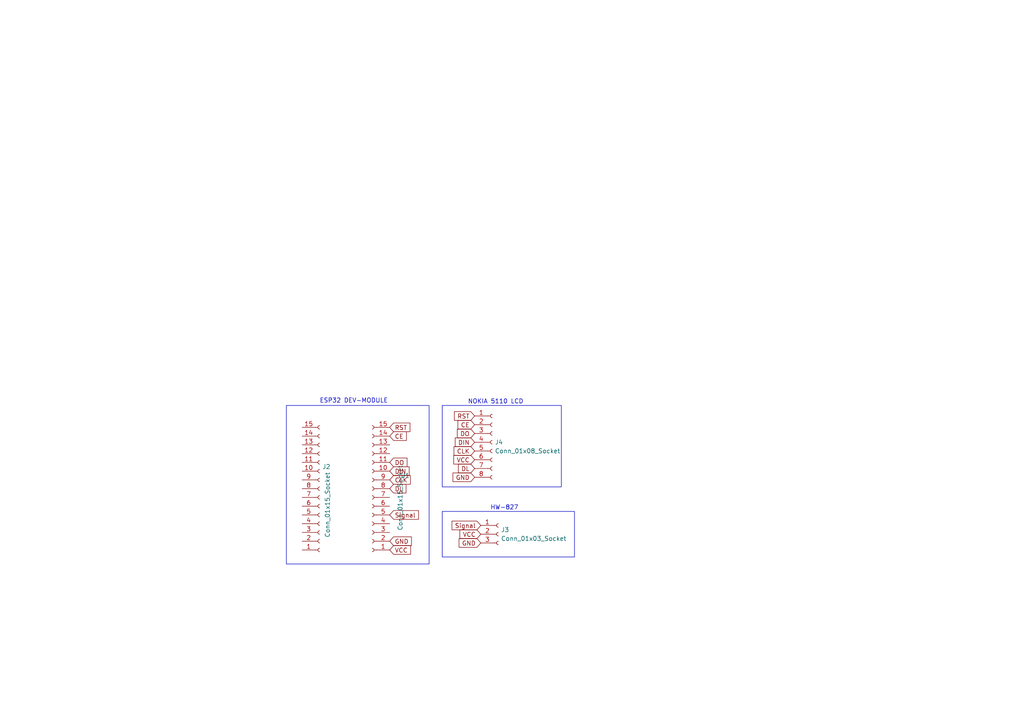
<source format=kicad_sch>
(kicad_sch
	(version 20231120)
	(generator "eeschema")
	(generator_version "8.0")
	(uuid "37deb7ec-accf-415a-9f7f-0397d10a93ec")
	(paper "A4")
	(lib_symbols
		(symbol "Connector:Conn_01x03_Socket"
			(pin_names
				(offset 1.016) hide)
			(exclude_from_sim no)
			(in_bom yes)
			(on_board yes)
			(property "Reference" "J"
				(at 0 5.08 0)
				(effects
					(font
						(size 1.27 1.27)
					)
				)
			)
			(property "Value" "Conn_01x03_Socket"
				(at 0 -5.08 0)
				(effects
					(font
						(size 1.27 1.27)
					)
				)
			)
			(property "Footprint" ""
				(at 0 0 0)
				(effects
					(font
						(size 1.27 1.27)
					)
					(hide yes)
				)
			)
			(property "Datasheet" "~"
				(at 0 0 0)
				(effects
					(font
						(size 1.27 1.27)
					)
					(hide yes)
				)
			)
			(property "Description" "Generic connector, single row, 01x03, script generated"
				(at 0 0 0)
				(effects
					(font
						(size 1.27 1.27)
					)
					(hide yes)
				)
			)
			(property "ki_locked" ""
				(at 0 0 0)
				(effects
					(font
						(size 1.27 1.27)
					)
				)
			)
			(property "ki_keywords" "connector"
				(at 0 0 0)
				(effects
					(font
						(size 1.27 1.27)
					)
					(hide yes)
				)
			)
			(property "ki_fp_filters" "Connector*:*_1x??_*"
				(at 0 0 0)
				(effects
					(font
						(size 1.27 1.27)
					)
					(hide yes)
				)
			)
			(symbol "Conn_01x03_Socket_1_1"
				(arc
					(start 0 -2.032)
					(mid -0.5058 -2.54)
					(end 0 -3.048)
					(stroke
						(width 0.1524)
						(type default)
					)
					(fill
						(type none)
					)
				)
				(polyline
					(pts
						(xy -1.27 -2.54) (xy -0.508 -2.54)
					)
					(stroke
						(width 0.1524)
						(type default)
					)
					(fill
						(type none)
					)
				)
				(polyline
					(pts
						(xy -1.27 0) (xy -0.508 0)
					)
					(stroke
						(width 0.1524)
						(type default)
					)
					(fill
						(type none)
					)
				)
				(polyline
					(pts
						(xy -1.27 2.54) (xy -0.508 2.54)
					)
					(stroke
						(width 0.1524)
						(type default)
					)
					(fill
						(type none)
					)
				)
				(arc
					(start 0 0.508)
					(mid -0.5058 0)
					(end 0 -0.508)
					(stroke
						(width 0.1524)
						(type default)
					)
					(fill
						(type none)
					)
				)
				(arc
					(start 0 3.048)
					(mid -0.5058 2.54)
					(end 0 2.032)
					(stroke
						(width 0.1524)
						(type default)
					)
					(fill
						(type none)
					)
				)
				(pin passive line
					(at -5.08 2.54 0)
					(length 3.81)
					(name "Pin_1"
						(effects
							(font
								(size 1.27 1.27)
							)
						)
					)
					(number "1"
						(effects
							(font
								(size 1.27 1.27)
							)
						)
					)
				)
				(pin passive line
					(at -5.08 0 0)
					(length 3.81)
					(name "Pin_2"
						(effects
							(font
								(size 1.27 1.27)
							)
						)
					)
					(number "2"
						(effects
							(font
								(size 1.27 1.27)
							)
						)
					)
				)
				(pin passive line
					(at -5.08 -2.54 0)
					(length 3.81)
					(name "Pin_3"
						(effects
							(font
								(size 1.27 1.27)
							)
						)
					)
					(number "3"
						(effects
							(font
								(size 1.27 1.27)
							)
						)
					)
				)
			)
		)
		(symbol "Connector:Conn_01x08_Socket"
			(pin_names
				(offset 1.016) hide)
			(exclude_from_sim no)
			(in_bom yes)
			(on_board yes)
			(property "Reference" "J"
				(at 0 10.16 0)
				(effects
					(font
						(size 1.27 1.27)
					)
				)
			)
			(property "Value" "Conn_01x08_Socket"
				(at 0 -12.7 0)
				(effects
					(font
						(size 1.27 1.27)
					)
				)
			)
			(property "Footprint" ""
				(at 0 0 0)
				(effects
					(font
						(size 1.27 1.27)
					)
					(hide yes)
				)
			)
			(property "Datasheet" "~"
				(at 0 0 0)
				(effects
					(font
						(size 1.27 1.27)
					)
					(hide yes)
				)
			)
			(property "Description" "Generic connector, single row, 01x08, script generated"
				(at 0 0 0)
				(effects
					(font
						(size 1.27 1.27)
					)
					(hide yes)
				)
			)
			(property "ki_locked" ""
				(at 0 0 0)
				(effects
					(font
						(size 1.27 1.27)
					)
				)
			)
			(property "ki_keywords" "connector"
				(at 0 0 0)
				(effects
					(font
						(size 1.27 1.27)
					)
					(hide yes)
				)
			)
			(property "ki_fp_filters" "Connector*:*_1x??_*"
				(at 0 0 0)
				(effects
					(font
						(size 1.27 1.27)
					)
					(hide yes)
				)
			)
			(symbol "Conn_01x08_Socket_1_1"
				(arc
					(start 0 -9.652)
					(mid -0.5058 -10.16)
					(end 0 -10.668)
					(stroke
						(width 0.1524)
						(type default)
					)
					(fill
						(type none)
					)
				)
				(arc
					(start 0 -7.112)
					(mid -0.5058 -7.62)
					(end 0 -8.128)
					(stroke
						(width 0.1524)
						(type default)
					)
					(fill
						(type none)
					)
				)
				(arc
					(start 0 -4.572)
					(mid -0.5058 -5.08)
					(end 0 -5.588)
					(stroke
						(width 0.1524)
						(type default)
					)
					(fill
						(type none)
					)
				)
				(arc
					(start 0 -2.032)
					(mid -0.5058 -2.54)
					(end 0 -3.048)
					(stroke
						(width 0.1524)
						(type default)
					)
					(fill
						(type none)
					)
				)
				(polyline
					(pts
						(xy -1.27 -10.16) (xy -0.508 -10.16)
					)
					(stroke
						(width 0.1524)
						(type default)
					)
					(fill
						(type none)
					)
				)
				(polyline
					(pts
						(xy -1.27 -7.62) (xy -0.508 -7.62)
					)
					(stroke
						(width 0.1524)
						(type default)
					)
					(fill
						(type none)
					)
				)
				(polyline
					(pts
						(xy -1.27 -5.08) (xy -0.508 -5.08)
					)
					(stroke
						(width 0.1524)
						(type default)
					)
					(fill
						(type none)
					)
				)
				(polyline
					(pts
						(xy -1.27 -2.54) (xy -0.508 -2.54)
					)
					(stroke
						(width 0.1524)
						(type default)
					)
					(fill
						(type none)
					)
				)
				(polyline
					(pts
						(xy -1.27 0) (xy -0.508 0)
					)
					(stroke
						(width 0.1524)
						(type default)
					)
					(fill
						(type none)
					)
				)
				(polyline
					(pts
						(xy -1.27 2.54) (xy -0.508 2.54)
					)
					(stroke
						(width 0.1524)
						(type default)
					)
					(fill
						(type none)
					)
				)
				(polyline
					(pts
						(xy -1.27 5.08) (xy -0.508 5.08)
					)
					(stroke
						(width 0.1524)
						(type default)
					)
					(fill
						(type none)
					)
				)
				(polyline
					(pts
						(xy -1.27 7.62) (xy -0.508 7.62)
					)
					(stroke
						(width 0.1524)
						(type default)
					)
					(fill
						(type none)
					)
				)
				(arc
					(start 0 0.508)
					(mid -0.5058 0)
					(end 0 -0.508)
					(stroke
						(width 0.1524)
						(type default)
					)
					(fill
						(type none)
					)
				)
				(arc
					(start 0 3.048)
					(mid -0.5058 2.54)
					(end 0 2.032)
					(stroke
						(width 0.1524)
						(type default)
					)
					(fill
						(type none)
					)
				)
				(arc
					(start 0 5.588)
					(mid -0.5058 5.08)
					(end 0 4.572)
					(stroke
						(width 0.1524)
						(type default)
					)
					(fill
						(type none)
					)
				)
				(arc
					(start 0 8.128)
					(mid -0.5058 7.62)
					(end 0 7.112)
					(stroke
						(width 0.1524)
						(type default)
					)
					(fill
						(type none)
					)
				)
				(pin passive line
					(at -5.08 7.62 0)
					(length 3.81)
					(name "Pin_1"
						(effects
							(font
								(size 1.27 1.27)
							)
						)
					)
					(number "1"
						(effects
							(font
								(size 1.27 1.27)
							)
						)
					)
				)
				(pin passive line
					(at -5.08 5.08 0)
					(length 3.81)
					(name "Pin_2"
						(effects
							(font
								(size 1.27 1.27)
							)
						)
					)
					(number "2"
						(effects
							(font
								(size 1.27 1.27)
							)
						)
					)
				)
				(pin passive line
					(at -5.08 2.54 0)
					(length 3.81)
					(name "Pin_3"
						(effects
							(font
								(size 1.27 1.27)
							)
						)
					)
					(number "3"
						(effects
							(font
								(size 1.27 1.27)
							)
						)
					)
				)
				(pin passive line
					(at -5.08 0 0)
					(length 3.81)
					(name "Pin_4"
						(effects
							(font
								(size 1.27 1.27)
							)
						)
					)
					(number "4"
						(effects
							(font
								(size 1.27 1.27)
							)
						)
					)
				)
				(pin passive line
					(at -5.08 -2.54 0)
					(length 3.81)
					(name "Pin_5"
						(effects
							(font
								(size 1.27 1.27)
							)
						)
					)
					(number "5"
						(effects
							(font
								(size 1.27 1.27)
							)
						)
					)
				)
				(pin passive line
					(at -5.08 -5.08 0)
					(length 3.81)
					(name "Pin_6"
						(effects
							(font
								(size 1.27 1.27)
							)
						)
					)
					(number "6"
						(effects
							(font
								(size 1.27 1.27)
							)
						)
					)
				)
				(pin passive line
					(at -5.08 -7.62 0)
					(length 3.81)
					(name "Pin_7"
						(effects
							(font
								(size 1.27 1.27)
							)
						)
					)
					(number "7"
						(effects
							(font
								(size 1.27 1.27)
							)
						)
					)
				)
				(pin passive line
					(at -5.08 -10.16 0)
					(length 3.81)
					(name "Pin_8"
						(effects
							(font
								(size 1.27 1.27)
							)
						)
					)
					(number "8"
						(effects
							(font
								(size 1.27 1.27)
							)
						)
					)
				)
			)
		)
		(symbol "Connector:Conn_01x15_Socket"
			(pin_names
				(offset 1.016) hide)
			(exclude_from_sim no)
			(in_bom yes)
			(on_board yes)
			(property "Reference" "J"
				(at 0 20.32 0)
				(effects
					(font
						(size 1.27 1.27)
					)
				)
			)
			(property "Value" "Conn_01x15_Socket"
				(at 0 -20.32 0)
				(effects
					(font
						(size 1.27 1.27)
					)
				)
			)
			(property "Footprint" ""
				(at 0 0 0)
				(effects
					(font
						(size 1.27 1.27)
					)
					(hide yes)
				)
			)
			(property "Datasheet" "~"
				(at 0 0 0)
				(effects
					(font
						(size 1.27 1.27)
					)
					(hide yes)
				)
			)
			(property "Description" "Generic connector, single row, 01x15, script generated"
				(at 0 0 0)
				(effects
					(font
						(size 1.27 1.27)
					)
					(hide yes)
				)
			)
			(property "ki_locked" ""
				(at 0 0 0)
				(effects
					(font
						(size 1.27 1.27)
					)
				)
			)
			(property "ki_keywords" "connector"
				(at 0 0 0)
				(effects
					(font
						(size 1.27 1.27)
					)
					(hide yes)
				)
			)
			(property "ki_fp_filters" "Connector*:*_1x??_*"
				(at 0 0 0)
				(effects
					(font
						(size 1.27 1.27)
					)
					(hide yes)
				)
			)
			(symbol "Conn_01x15_Socket_1_1"
				(arc
					(start 0 -17.272)
					(mid -0.5058 -17.78)
					(end 0 -18.288)
					(stroke
						(width 0.1524)
						(type default)
					)
					(fill
						(type none)
					)
				)
				(arc
					(start 0 -14.732)
					(mid -0.5058 -15.24)
					(end 0 -15.748)
					(stroke
						(width 0.1524)
						(type default)
					)
					(fill
						(type none)
					)
				)
				(arc
					(start 0 -12.192)
					(mid -0.5058 -12.7)
					(end 0 -13.208)
					(stroke
						(width 0.1524)
						(type default)
					)
					(fill
						(type none)
					)
				)
				(arc
					(start 0 -9.652)
					(mid -0.5058 -10.16)
					(end 0 -10.668)
					(stroke
						(width 0.1524)
						(type default)
					)
					(fill
						(type none)
					)
				)
				(arc
					(start 0 -7.112)
					(mid -0.5058 -7.62)
					(end 0 -8.128)
					(stroke
						(width 0.1524)
						(type default)
					)
					(fill
						(type none)
					)
				)
				(arc
					(start 0 -4.572)
					(mid -0.5058 -5.08)
					(end 0 -5.588)
					(stroke
						(width 0.1524)
						(type default)
					)
					(fill
						(type none)
					)
				)
				(arc
					(start 0 -2.032)
					(mid -0.5058 -2.54)
					(end 0 -3.048)
					(stroke
						(width 0.1524)
						(type default)
					)
					(fill
						(type none)
					)
				)
				(polyline
					(pts
						(xy -1.27 -17.78) (xy -0.508 -17.78)
					)
					(stroke
						(width 0.1524)
						(type default)
					)
					(fill
						(type none)
					)
				)
				(polyline
					(pts
						(xy -1.27 -15.24) (xy -0.508 -15.24)
					)
					(stroke
						(width 0.1524)
						(type default)
					)
					(fill
						(type none)
					)
				)
				(polyline
					(pts
						(xy -1.27 -12.7) (xy -0.508 -12.7)
					)
					(stroke
						(width 0.1524)
						(type default)
					)
					(fill
						(type none)
					)
				)
				(polyline
					(pts
						(xy -1.27 -10.16) (xy -0.508 -10.16)
					)
					(stroke
						(width 0.1524)
						(type default)
					)
					(fill
						(type none)
					)
				)
				(polyline
					(pts
						(xy -1.27 -7.62) (xy -0.508 -7.62)
					)
					(stroke
						(width 0.1524)
						(type default)
					)
					(fill
						(type none)
					)
				)
				(polyline
					(pts
						(xy -1.27 -5.08) (xy -0.508 -5.08)
					)
					(stroke
						(width 0.1524)
						(type default)
					)
					(fill
						(type none)
					)
				)
				(polyline
					(pts
						(xy -1.27 -2.54) (xy -0.508 -2.54)
					)
					(stroke
						(width 0.1524)
						(type default)
					)
					(fill
						(type none)
					)
				)
				(polyline
					(pts
						(xy -1.27 0) (xy -0.508 0)
					)
					(stroke
						(width 0.1524)
						(type default)
					)
					(fill
						(type none)
					)
				)
				(polyline
					(pts
						(xy -1.27 2.54) (xy -0.508 2.54)
					)
					(stroke
						(width 0.1524)
						(type default)
					)
					(fill
						(type none)
					)
				)
				(polyline
					(pts
						(xy -1.27 5.08) (xy -0.508 5.08)
					)
					(stroke
						(width 0.1524)
						(type default)
					)
					(fill
						(type none)
					)
				)
				(polyline
					(pts
						(xy -1.27 7.62) (xy -0.508 7.62)
					)
					(stroke
						(width 0.1524)
						(type default)
					)
					(fill
						(type none)
					)
				)
				(polyline
					(pts
						(xy -1.27 10.16) (xy -0.508 10.16)
					)
					(stroke
						(width 0.1524)
						(type default)
					)
					(fill
						(type none)
					)
				)
				(polyline
					(pts
						(xy -1.27 12.7) (xy -0.508 12.7)
					)
					(stroke
						(width 0.1524)
						(type default)
					)
					(fill
						(type none)
					)
				)
				(polyline
					(pts
						(xy -1.27 15.24) (xy -0.508 15.24)
					)
					(stroke
						(width 0.1524)
						(type default)
					)
					(fill
						(type none)
					)
				)
				(polyline
					(pts
						(xy -1.27 17.78) (xy -0.508 17.78)
					)
					(stroke
						(width 0.1524)
						(type default)
					)
					(fill
						(type none)
					)
				)
				(arc
					(start 0 0.508)
					(mid -0.5058 0)
					(end 0 -0.508)
					(stroke
						(width 0.1524)
						(type default)
					)
					(fill
						(type none)
					)
				)
				(arc
					(start 0 3.048)
					(mid -0.5058 2.54)
					(end 0 2.032)
					(stroke
						(width 0.1524)
						(type default)
					)
					(fill
						(type none)
					)
				)
				(arc
					(start 0 5.588)
					(mid -0.5058 5.08)
					(end 0 4.572)
					(stroke
						(width 0.1524)
						(type default)
					)
					(fill
						(type none)
					)
				)
				(arc
					(start 0 8.128)
					(mid -0.5058 7.62)
					(end 0 7.112)
					(stroke
						(width 0.1524)
						(type default)
					)
					(fill
						(type none)
					)
				)
				(arc
					(start 0 10.668)
					(mid -0.5058 10.16)
					(end 0 9.652)
					(stroke
						(width 0.1524)
						(type default)
					)
					(fill
						(type none)
					)
				)
				(arc
					(start 0 13.208)
					(mid -0.5058 12.7)
					(end 0 12.192)
					(stroke
						(width 0.1524)
						(type default)
					)
					(fill
						(type none)
					)
				)
				(arc
					(start 0 15.748)
					(mid -0.5058 15.24)
					(end 0 14.732)
					(stroke
						(width 0.1524)
						(type default)
					)
					(fill
						(type none)
					)
				)
				(arc
					(start 0 18.288)
					(mid -0.5058 17.78)
					(end 0 17.272)
					(stroke
						(width 0.1524)
						(type default)
					)
					(fill
						(type none)
					)
				)
				(pin passive line
					(at -5.08 17.78 0)
					(length 3.81)
					(name "Pin_1"
						(effects
							(font
								(size 1.27 1.27)
							)
						)
					)
					(number "1"
						(effects
							(font
								(size 1.27 1.27)
							)
						)
					)
				)
				(pin passive line
					(at -5.08 -5.08 0)
					(length 3.81)
					(name "Pin_10"
						(effects
							(font
								(size 1.27 1.27)
							)
						)
					)
					(number "10"
						(effects
							(font
								(size 1.27 1.27)
							)
						)
					)
				)
				(pin passive line
					(at -5.08 -7.62 0)
					(length 3.81)
					(name "Pin_11"
						(effects
							(font
								(size 1.27 1.27)
							)
						)
					)
					(number "11"
						(effects
							(font
								(size 1.27 1.27)
							)
						)
					)
				)
				(pin passive line
					(at -5.08 -10.16 0)
					(length 3.81)
					(name "Pin_12"
						(effects
							(font
								(size 1.27 1.27)
							)
						)
					)
					(number "12"
						(effects
							(font
								(size 1.27 1.27)
							)
						)
					)
				)
				(pin passive line
					(at -5.08 -12.7 0)
					(length 3.81)
					(name "Pin_13"
						(effects
							(font
								(size 1.27 1.27)
							)
						)
					)
					(number "13"
						(effects
							(font
								(size 1.27 1.27)
							)
						)
					)
				)
				(pin passive line
					(at -5.08 -15.24 0)
					(length 3.81)
					(name "Pin_14"
						(effects
							(font
								(size 1.27 1.27)
							)
						)
					)
					(number "14"
						(effects
							(font
								(size 1.27 1.27)
							)
						)
					)
				)
				(pin passive line
					(at -5.08 -17.78 0)
					(length 3.81)
					(name "Pin_15"
						(effects
							(font
								(size 1.27 1.27)
							)
						)
					)
					(number "15"
						(effects
							(font
								(size 1.27 1.27)
							)
						)
					)
				)
				(pin passive line
					(at -5.08 15.24 0)
					(length 3.81)
					(name "Pin_2"
						(effects
							(font
								(size 1.27 1.27)
							)
						)
					)
					(number "2"
						(effects
							(font
								(size 1.27 1.27)
							)
						)
					)
				)
				(pin passive line
					(at -5.08 12.7 0)
					(length 3.81)
					(name "Pin_3"
						(effects
							(font
								(size 1.27 1.27)
							)
						)
					)
					(number "3"
						(effects
							(font
								(size 1.27 1.27)
							)
						)
					)
				)
				(pin passive line
					(at -5.08 10.16 0)
					(length 3.81)
					(name "Pin_4"
						(effects
							(font
								(size 1.27 1.27)
							)
						)
					)
					(number "4"
						(effects
							(font
								(size 1.27 1.27)
							)
						)
					)
				)
				(pin passive line
					(at -5.08 7.62 0)
					(length 3.81)
					(name "Pin_5"
						(effects
							(font
								(size 1.27 1.27)
							)
						)
					)
					(number "5"
						(effects
							(font
								(size 1.27 1.27)
							)
						)
					)
				)
				(pin passive line
					(at -5.08 5.08 0)
					(length 3.81)
					(name "Pin_6"
						(effects
							(font
								(size 1.27 1.27)
							)
						)
					)
					(number "6"
						(effects
							(font
								(size 1.27 1.27)
							)
						)
					)
				)
				(pin passive line
					(at -5.08 2.54 0)
					(length 3.81)
					(name "Pin_7"
						(effects
							(font
								(size 1.27 1.27)
							)
						)
					)
					(number "7"
						(effects
							(font
								(size 1.27 1.27)
							)
						)
					)
				)
				(pin passive line
					(at -5.08 0 0)
					(length 3.81)
					(name "Pin_8"
						(effects
							(font
								(size 1.27 1.27)
							)
						)
					)
					(number "8"
						(effects
							(font
								(size 1.27 1.27)
							)
						)
					)
				)
				(pin passive line
					(at -5.08 -2.54 0)
					(length 3.81)
					(name "Pin_9"
						(effects
							(font
								(size 1.27 1.27)
							)
						)
					)
					(number "9"
						(effects
							(font
								(size 1.27 1.27)
							)
						)
					)
				)
			)
		)
	)
	(rectangle
		(start 83.058 117.602)
		(end 124.46 163.576)
		(stroke
			(width 0)
			(type default)
		)
		(fill
			(type none)
		)
		(uuid 039f5b4d-041f-4005-ab7b-351e43fae0de)
	)
	(rectangle
		(start 128.27 148.336)
		(end 166.624 161.544)
		(stroke
			(width 0)
			(type default)
		)
		(fill
			(type none)
		)
		(uuid 95c5da55-a0e5-49c0-a322-4e8381f2bc90)
	)
	(rectangle
		(start 128.27 117.602)
		(end 162.814 141.224)
		(stroke
			(width 0)
			(type default)
		)
		(fill
			(type none)
		)
		(uuid aa9d08fa-b69f-4b73-ab93-9aa9765cfe4e)
	)
	(text "HW-827\n"
		(exclude_from_sim no)
		(at 146.304 147.32 0)
		(effects
			(font
				(size 1.27 1.27)
			)
		)
		(uuid "123334a6-cf13-4f90-b702-4fdaf11927c1")
	)
	(text "NOKIA 5110 LCD\n"
		(exclude_from_sim no)
		(at 143.764 116.586 0)
		(effects
			(font
				(size 1.27 1.27)
			)
		)
		(uuid "4228a860-8e45-4620-abd3-c0fe5f830427")
	)
	(text "ESP32 DEV-MODULE\n"
		(exclude_from_sim no)
		(at 102.616 116.332 0)
		(effects
			(font
				(size 1.27 1.27)
			)
		)
		(uuid "cc407875-f054-4a61-a41f-e009de7a8cbe")
	)
	(global_label "VCC"
		(shape input)
		(at 139.446 154.94 180)
		(fields_autoplaced yes)
		(effects
			(font
				(size 1.27 1.27)
			)
			(justify right)
		)
		(uuid "1bfac033-173f-4fba-96a3-5416c01e35e4")
		(property "Intersheetrefs" "${INTERSHEET_REFS}"
			(at 132.8322 154.94 0)
			(effects
				(font
					(size 1.27 1.27)
				)
				(justify right)
				(hide yes)
			)
		)
	)
	(global_label "CLK"
		(shape input)
		(at 137.668 130.81 180)
		(fields_autoplaced yes)
		(effects
			(font
				(size 1.27 1.27)
			)
			(justify right)
		)
		(uuid "275560a2-1a6c-4dfa-a18a-117d3d3bf62f")
		(property "Intersheetrefs" "${INTERSHEET_REFS}"
			(at 131.1147 130.81 0)
			(effects
				(font
					(size 1.27 1.27)
				)
				(justify right)
				(hide yes)
			)
		)
	)
	(global_label "DO"
		(shape input)
		(at 113.03 134.112 0)
		(fields_autoplaced yes)
		(effects
			(font
				(size 1.27 1.27)
			)
			(justify left)
		)
		(uuid "2dd665b7-ef3b-4cab-abb1-3c9d5a03cb23")
		(property "Intersheetrefs" "${INTERSHEET_REFS}"
			(at 118.6157 134.112 0)
			(effects
				(font
					(size 1.27 1.27)
				)
				(justify left)
				(hide yes)
			)
		)
	)
	(global_label "GND"
		(shape input)
		(at 137.668 138.43 180)
		(fields_autoplaced yes)
		(effects
			(font
				(size 1.27 1.27)
			)
			(justify right)
		)
		(uuid "2fcff0da-0443-44cd-aaf0-7386bdee344d")
		(property "Intersheetrefs" "${INTERSHEET_REFS}"
			(at 130.8123 138.43 0)
			(effects
				(font
					(size 1.27 1.27)
				)
				(justify right)
				(hide yes)
			)
		)
	)
	(global_label "CE"
		(shape input)
		(at 113.03 126.492 0)
		(fields_autoplaced yes)
		(effects
			(font
				(size 1.27 1.27)
			)
			(justify left)
		)
		(uuid "39ed71f9-5587-4c4d-bc61-92d5b749dc38")
		(property "Intersheetrefs" "${INTERSHEET_REFS}"
			(at 118.4342 126.492 0)
			(effects
				(font
					(size 1.27 1.27)
				)
				(justify left)
				(hide yes)
			)
		)
	)
	(global_label "GND"
		(shape input)
		(at 139.446 157.48 180)
		(fields_autoplaced yes)
		(effects
			(font
				(size 1.27 1.27)
			)
			(justify right)
		)
		(uuid "4c55d835-3b3d-4f68-8b90-0af318c6997e")
		(property "Intersheetrefs" "${INTERSHEET_REFS}"
			(at 132.5903 157.48 0)
			(effects
				(font
					(size 1.27 1.27)
				)
				(justify right)
				(hide yes)
			)
		)
	)
	(global_label "DIN"
		(shape input)
		(at 113.03 136.652 0)
		(fields_autoplaced yes)
		(effects
			(font
				(size 1.27 1.27)
			)
			(justify left)
		)
		(uuid "53f54b8d-b1cb-4d73-a881-3b4e93ac5e8b")
		(property "Intersheetrefs" "${INTERSHEET_REFS}"
			(at 119.2205 136.652 0)
			(effects
				(font
					(size 1.27 1.27)
				)
				(justify left)
				(hide yes)
			)
		)
	)
	(global_label "Signal"
		(shape input)
		(at 139.446 152.4 180)
		(fields_autoplaced yes)
		(effects
			(font
				(size 1.27 1.27)
			)
			(justify right)
		)
		(uuid "573e94d0-4beb-4fcb-8552-4992aa4afd62")
		(property "Intersheetrefs" "${INTERSHEET_REFS}"
			(at 130.5343 152.4 0)
			(effects
				(font
					(size 1.27 1.27)
				)
				(justify right)
				(hide yes)
			)
		)
	)
	(global_label "DL"
		(shape input)
		(at 113.03 141.732 0)
		(fields_autoplaced yes)
		(effects
			(font
				(size 1.27 1.27)
			)
			(justify left)
		)
		(uuid "70e15c77-c7de-48fe-ac16-b802c06fc010")
		(property "Intersheetrefs" "${INTERSHEET_REFS}"
			(at 118.3133 141.732 0)
			(effects
				(font
					(size 1.27 1.27)
				)
				(justify left)
				(hide yes)
			)
		)
	)
	(global_label "DO"
		(shape input)
		(at 137.668 125.73 180)
		(fields_autoplaced yes)
		(effects
			(font
				(size 1.27 1.27)
			)
			(justify right)
		)
		(uuid "7d9f9510-8e72-4570-a7d6-8be37c2782a6")
		(property "Intersheetrefs" "${INTERSHEET_REFS}"
			(at 132.0823 125.73 0)
			(effects
				(font
					(size 1.27 1.27)
				)
				(justify right)
				(hide yes)
			)
		)
	)
	(global_label "CLK"
		(shape input)
		(at 113.03 139.192 0)
		(fields_autoplaced yes)
		(effects
			(font
				(size 1.27 1.27)
			)
			(justify left)
		)
		(uuid "91aa4a0c-7e00-4ff3-9edc-a8682a91e6fd")
		(property "Intersheetrefs" "${INTERSHEET_REFS}"
			(at 119.5833 139.192 0)
			(effects
				(font
					(size 1.27 1.27)
				)
				(justify left)
				(hide yes)
			)
		)
	)
	(global_label "CE"
		(shape input)
		(at 137.668 123.19 180)
		(fields_autoplaced yes)
		(effects
			(font
				(size 1.27 1.27)
			)
			(justify right)
		)
		(uuid "a0697907-37d5-4de8-ad8e-577ebf1d851d")
		(property "Intersheetrefs" "${INTERSHEET_REFS}"
			(at 132.2638 123.19 0)
			(effects
				(font
					(size 1.27 1.27)
				)
				(justify right)
				(hide yes)
			)
		)
	)
	(global_label "Signal"
		(shape input)
		(at 113.03 149.352 0)
		(fields_autoplaced yes)
		(effects
			(font
				(size 1.27 1.27)
			)
			(justify left)
		)
		(uuid "aeac35de-47ff-4818-b888-ccafbc232987")
		(property "Intersheetrefs" "${INTERSHEET_REFS}"
			(at 121.9417 149.352 0)
			(effects
				(font
					(size 1.27 1.27)
				)
				(justify left)
				(hide yes)
			)
		)
	)
	(global_label "VCC"
		(shape input)
		(at 113.03 159.512 0)
		(fields_autoplaced yes)
		(effects
			(font
				(size 1.27 1.27)
			)
			(justify left)
		)
		(uuid "b762ffd9-30bc-4085-9245-1cc3702f27f0")
		(property "Intersheetrefs" "${INTERSHEET_REFS}"
			(at 119.6438 159.512 0)
			(effects
				(font
					(size 1.27 1.27)
				)
				(justify left)
				(hide yes)
			)
		)
	)
	(global_label "DL"
		(shape input)
		(at 137.668 135.89 180)
		(fields_autoplaced yes)
		(effects
			(font
				(size 1.27 1.27)
			)
			(justify right)
		)
		(uuid "c2ddeaa4-057a-4a38-8fcf-c82186033330")
		(property "Intersheetrefs" "${INTERSHEET_REFS}"
			(at 132.3847 135.89 0)
			(effects
				(font
					(size 1.27 1.27)
				)
				(justify right)
				(hide yes)
			)
		)
	)
	(global_label "RST"
		(shape input)
		(at 113.03 123.952 0)
		(fields_autoplaced yes)
		(effects
			(font
				(size 1.27 1.27)
			)
			(justify left)
		)
		(uuid "d01e6d4b-e7e9-4e10-8309-6d508a9d9a03")
		(property "Intersheetrefs" "${INTERSHEET_REFS}"
			(at 119.4623 123.952 0)
			(effects
				(font
					(size 1.27 1.27)
				)
				(justify left)
				(hide yes)
			)
		)
	)
	(global_label "RST"
		(shape input)
		(at 137.668 120.65 180)
		(fields_autoplaced yes)
		(effects
			(font
				(size 1.27 1.27)
			)
			(justify right)
		)
		(uuid "d34b62fa-1c41-41c8-b1cb-a1bec7bd96ce")
		(property "Intersheetrefs" "${INTERSHEET_REFS}"
			(at 131.2357 120.65 0)
			(effects
				(font
					(size 1.27 1.27)
				)
				(justify right)
				(hide yes)
			)
		)
	)
	(global_label "VCC"
		(shape input)
		(at 137.668 133.35 180)
		(fields_autoplaced yes)
		(effects
			(font
				(size 1.27 1.27)
			)
			(justify right)
		)
		(uuid "da4dfbd8-b536-4f89-af5e-f0477553086c")
		(property "Intersheetrefs" "${INTERSHEET_REFS}"
			(at 131.0542 133.35 0)
			(effects
				(font
					(size 1.27 1.27)
				)
				(justify right)
				(hide yes)
			)
		)
	)
	(global_label "GND"
		(shape input)
		(at 113.03 156.972 0)
		(fields_autoplaced yes)
		(effects
			(font
				(size 1.27 1.27)
			)
			(justify left)
		)
		(uuid "e90acbdc-887f-4420-881e-29d4b0942056")
		(property "Intersheetrefs" "${INTERSHEET_REFS}"
			(at 119.8857 156.972 0)
			(effects
				(font
					(size 1.27 1.27)
				)
				(justify left)
				(hide yes)
			)
		)
	)
	(global_label "DIN"
		(shape input)
		(at 137.668 128.27 180)
		(fields_autoplaced yes)
		(effects
			(font
				(size 1.27 1.27)
			)
			(justify right)
		)
		(uuid "f167bb92-2a59-4aec-b824-61f1595aa0d3")
		(property "Intersheetrefs" "${INTERSHEET_REFS}"
			(at 131.4775 128.27 0)
			(effects
				(font
					(size 1.27 1.27)
				)
				(justify right)
				(hide yes)
			)
		)
	)
	(symbol
		(lib_id "Connector:Conn_01x15_Socket")
		(at 92.71 141.732 0)
		(mirror x)
		(unit 1)
		(exclude_from_sim no)
		(in_bom yes)
		(on_board yes)
		(dnp no)
		(uuid "028e9ccf-6ae6-4fe0-b9dd-57a77c3d8dc4")
		(property "Reference" "J2"
			(at 93.472 135.382 0)
			(effects
				(font
					(size 1.27 1.27)
				)
				(justify left)
			)
		)
		(property "Value" "Conn_01x15_Socket"
			(at 94.996 136.906 90)
			(effects
				(font
					(size 1.27 1.27)
				)
				(justify left)
			)
		)
		(property "Footprint" "Connector_PinSocket_2.54mm:PinSocket_1x15_P2.54mm_Vertical"
			(at 92.71 141.732 0)
			(effects
				(font
					(size 1.27 1.27)
				)
				(hide yes)
			)
		)
		(property "Datasheet" "~"
			(at 92.71 141.732 0)
			(effects
				(font
					(size 1.27 1.27)
				)
				(hide yes)
			)
		)
		(property "Description" "Generic connector, single row, 01x15, script generated"
			(at 92.71 141.732 0)
			(effects
				(font
					(size 1.27 1.27)
				)
				(hide yes)
			)
		)
		(pin "4"
			(uuid "b3fcd698-d3e5-4cf7-9c40-0b6b28b594be")
		)
		(pin "1"
			(uuid "edb81db2-a59c-48af-8304-3b7b894b1948")
		)
		(pin "10"
			(uuid "97309e66-45db-43c4-b60f-6a0fe93c26d8")
		)
		(pin "13"
			(uuid "5d11f1bc-d6d2-4d02-ae7c-f24a3f4fad1e")
		)
		(pin "15"
			(uuid "dcc5dbb5-ef5d-4e85-8194-f4a4803677a5")
		)
		(pin "2"
			(uuid "2bd0c899-457f-4fa5-a498-078d2c23d688")
		)
		(pin "8"
			(uuid "d5fa324a-f627-4366-b027-0f6f831638cc")
		)
		(pin "3"
			(uuid "e6199866-586a-4b8f-af1e-fdad505c8343")
		)
		(pin "11"
			(uuid "f66a1b56-9ec9-4fb8-acf4-e6bdc18edd65")
		)
		(pin "6"
			(uuid "0f2aa0fd-8f4c-46b0-be67-180dac63279f")
		)
		(pin "12"
			(uuid "92fb2bcf-7fdd-41e5-9cfb-f225bfbc8be7")
		)
		(pin "14"
			(uuid "a4d318f6-39f0-4fdc-b3df-9e13bc12d46a")
		)
		(pin "9"
			(uuid "43409022-8f1c-445c-ab2c-0071846a8362")
		)
		(pin "7"
			(uuid "73136a17-2f95-449e-b446-c28983a05f90")
		)
		(pin "5"
			(uuid "8d230b0e-63e6-4c1b-8978-d2be1356498c")
		)
		(instances
			(project "schematic"
				(path "/37deb7ec-accf-415a-9f7f-0397d10a93ec"
					(reference "J2")
					(unit 1)
				)
			)
		)
	)
	(symbol
		(lib_id "Connector:Conn_01x15_Socket")
		(at 107.95 141.732 180)
		(unit 1)
		(exclude_from_sim no)
		(in_bom yes)
		(on_board yes)
		(dnp no)
		(uuid "2b473821-f4fc-4e68-8369-2cc1ee50960a")
		(property "Reference" "J1"
			(at 118.872 137.922 0)
			(effects
				(font
					(size 1.27 1.27)
				)
				(justify left)
			)
		)
		(property "Value" "Conn_01x15_Socket"
			(at 116.078 134.874 90)
			(effects
				(font
					(size 1.27 1.27)
				)
				(justify left)
			)
		)
		(property "Footprint" "Connector_PinSocket_2.54mm:PinSocket_1x15_P2.54mm_Vertical"
			(at 107.95 141.732 0)
			(effects
				(font
					(size 1.27 1.27)
				)
				(hide yes)
			)
		)
		(property "Datasheet" "~"
			(at 107.95 141.732 0)
			(effects
				(font
					(size 1.27 1.27)
				)
				(hide yes)
			)
		)
		(property "Description" "Generic connector, single row, 01x15, script generated"
			(at 107.95 141.732 0)
			(effects
				(font
					(size 1.27 1.27)
				)
				(hide yes)
			)
		)
		(pin "4"
			(uuid "78865aca-142f-450f-ac02-7ebf9eb15c92")
		)
		(pin "1"
			(uuid "1f3e547c-aaff-4e11-90cd-4539146afb80")
		)
		(pin "10"
			(uuid "cc443788-8576-468f-87c1-9bc6f3396e62")
		)
		(pin "13"
			(uuid "1a5c47b5-9915-4060-bfa7-0fa94052cb06")
		)
		(pin "15"
			(uuid "1706447c-c8a5-4f57-b9a2-3a4685dd570e")
		)
		(pin "2"
			(uuid "19cce346-2f6a-4316-8564-e29fe59ac9fd")
		)
		(pin "8"
			(uuid "1e8e64df-d7c9-4c58-9783-f87868f86654")
		)
		(pin "3"
			(uuid "4c52832b-db6a-4b2d-a8e8-181f772d7739")
		)
		(pin "11"
			(uuid "1e869de1-ca17-46c2-8af0-f7e96240503d")
		)
		(pin "6"
			(uuid "a1dbf004-d09d-4d19-bccb-2f08be7872fc")
		)
		(pin "12"
			(uuid "349e34a3-2756-4e42-9ab1-9da8cca7007a")
		)
		(pin "14"
			(uuid "74ad513f-0f13-43a1-804b-cfaab95d6816")
		)
		(pin "9"
			(uuid "451c062d-fdac-432b-ae5f-0b85d581121d")
		)
		(pin "7"
			(uuid "dfa0c1ba-fa9f-4838-b5ff-9c664a59dc3c")
		)
		(pin "5"
			(uuid "c569dec8-51af-4407-97a6-7c7d2ea3970d")
		)
		(instances
			(project ""
				(path "/37deb7ec-accf-415a-9f7f-0397d10a93ec"
					(reference "J1")
					(unit 1)
				)
			)
		)
	)
	(symbol
		(lib_id "Connector:Conn_01x08_Socket")
		(at 142.748 128.27 0)
		(unit 1)
		(exclude_from_sim no)
		(in_bom yes)
		(on_board yes)
		(dnp no)
		(fields_autoplaced yes)
		(uuid "30778a7d-ef7f-4900-8670-5c51a8d5b41d")
		(property "Reference" "J4"
			(at 143.51 128.2699 0)
			(effects
				(font
					(size 1.27 1.27)
				)
				(justify left)
			)
		)
		(property "Value" "Conn_01x08_Socket"
			(at 143.51 130.8099 0)
			(effects
				(font
					(size 1.27 1.27)
				)
				(justify left)
			)
		)
		(property "Footprint" "Connector_PinSocket_2.54mm:PinSocket_1x08_P2.54mm_Vertical"
			(at 142.748 128.27 0)
			(effects
				(font
					(size 1.27 1.27)
				)
				(hide yes)
			)
		)
		(property "Datasheet" "~"
			(at 142.748 128.27 0)
			(effects
				(font
					(size 1.27 1.27)
				)
				(hide yes)
			)
		)
		(property "Description" "Generic connector, single row, 01x08, script generated"
			(at 142.748 128.27 0)
			(effects
				(font
					(size 1.27 1.27)
				)
				(hide yes)
			)
		)
		(pin "4"
			(uuid "3dda4999-e542-4000-bb09-de11e3c9d0ff")
		)
		(pin "2"
			(uuid "41f5e442-4cfa-4acf-a8e4-76547bb4b4a0")
		)
		(pin "6"
			(uuid "f1c30b33-0f97-49cc-b2c5-df8348714dc7")
		)
		(pin "3"
			(uuid "29f416ce-b34d-4529-9c37-c8853d8cae74")
		)
		(pin "1"
			(uuid "868cc356-1ddd-48ee-8c4c-f7003d01fc44")
		)
		(pin "5"
			(uuid "eca588ce-e891-4b19-829f-2d5a6f8db484")
		)
		(pin "7"
			(uuid "a9483a89-81d8-43f4-be67-07b16ab95e07")
		)
		(pin "8"
			(uuid "1066e2fa-e5c4-4ce9-a736-9aa02ebe02b3")
		)
		(instances
			(project ""
				(path "/37deb7ec-accf-415a-9f7f-0397d10a93ec"
					(reference "J4")
					(unit 1)
				)
			)
		)
	)
	(symbol
		(lib_id "Connector:Conn_01x03_Socket")
		(at 144.526 154.94 0)
		(unit 1)
		(exclude_from_sim no)
		(in_bom yes)
		(on_board yes)
		(dnp no)
		(fields_autoplaced yes)
		(uuid "8f8fe5cf-fd5c-4981-8cc3-947b0187f753")
		(property "Reference" "J3"
			(at 145.288 153.6699 0)
			(effects
				(font
					(size 1.27 1.27)
				)
				(justify left)
			)
		)
		(property "Value" "Conn_01x03_Socket"
			(at 145.288 156.2099 0)
			(effects
				(font
					(size 1.27 1.27)
				)
				(justify left)
			)
		)
		(property "Footprint" "Connector_PinSocket_2.54mm:PinSocket_1x03_P2.54mm_Vertical"
			(at 144.526 154.94 0)
			(effects
				(font
					(size 1.27 1.27)
				)
				(hide yes)
			)
		)
		(property "Datasheet" "~"
			(at 144.526 154.94 0)
			(effects
				(font
					(size 1.27 1.27)
				)
				(hide yes)
			)
		)
		(property "Description" "Generic connector, single row, 01x03, script generated"
			(at 144.526 154.94 0)
			(effects
				(font
					(size 1.27 1.27)
				)
				(hide yes)
			)
		)
		(pin "1"
			(uuid "b236a804-63eb-4089-a487-8c170e77f6aa")
		)
		(pin "2"
			(uuid "f624c234-28f4-4b5a-959c-9ba691f4a9c6")
		)
		(pin "3"
			(uuid "c7393486-b96c-487c-ba4c-322e1289cf7f")
		)
		(instances
			(project ""
				(path "/37deb7ec-accf-415a-9f7f-0397d10a93ec"
					(reference "J3")
					(unit 1)
				)
			)
		)
	)
	(sheet_instances
		(path "/"
			(page "1")
		)
	)
)

</source>
